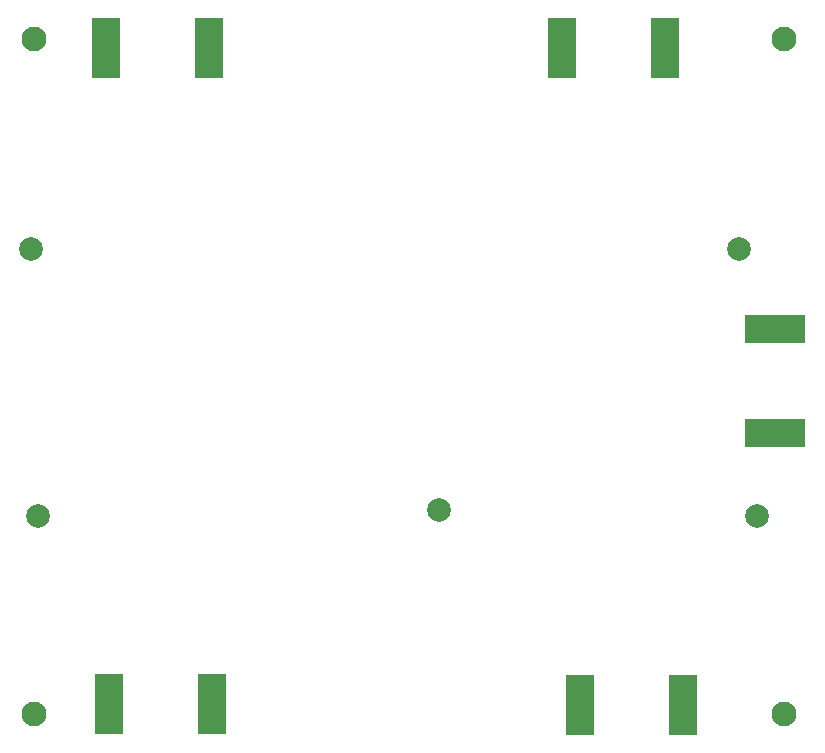
<source format=gbr>
%TF.GenerationSoftware,KiCad,Pcbnew,(5.99.0-13051-g9e760512ac)*%
%TF.CreationDate,2021-12-06T14:56:32+00:00*%
%TF.ProjectId,RF_SWITCH,52465f53-5749-4544-9348-2e6b69636164,rev?*%
%TF.SameCoordinates,Original*%
%TF.FileFunction,Soldermask,Bot*%
%TF.FilePolarity,Negative*%
%FSLAX46Y46*%
G04 Gerber Fmt 4.6, Leading zero omitted, Abs format (unit mm)*
G04 Created by KiCad (PCBNEW (5.99.0-13051-g9e760512ac)) date 2021-12-06 14:56:32*
%MOMM*%
%LPD*%
G01*
G04 APERTURE LIST*
%ADD10C,2.100000*%
%ADD11C,2.000000*%
%ADD12R,2.420000X5.080000*%
%ADD13R,5.080000X2.420000*%
G04 APERTURE END LIST*
D10*
%TO.C,H2*%
X166116000Y-80772000D03*
%TD*%
D11*
%TO.C,J1*%
X102362000Y-98552000D03*
%TD*%
D10*
%TO.C,H3*%
X166116000Y-137922000D03*
%TD*%
D12*
%TO.C,Cox1*%
X117410000Y-81540000D03*
X108650000Y-81540000D03*
%TD*%
D11*
%TO.C,J2*%
X162306000Y-98552000D03*
%TD*%
D12*
%TO.C,Cox2*%
X156018000Y-81540000D03*
X147258000Y-81540000D03*
%TD*%
D11*
%TO.C,J3*%
X163830000Y-121158000D03*
%TD*%
%TO.C,J5*%
X136906000Y-120650000D03*
%TD*%
D13*
%TO.C,Cox5*%
X165348000Y-105348000D03*
X165348000Y-114108000D03*
%TD*%
D10*
%TO.C,H1*%
X102616000Y-80772000D03*
%TD*%
D12*
%TO.C,Cox4*%
X117664000Y-137088000D03*
X108904000Y-137088000D03*
%TD*%
D10*
%TO.C,H4*%
X102616000Y-137922000D03*
%TD*%
D12*
%TO.C,Cox3*%
X148782000Y-137154000D03*
X157542000Y-137154000D03*
%TD*%
D11*
%TO.C,J4*%
X102936000Y-121158000D03*
%TD*%
M02*

</source>
